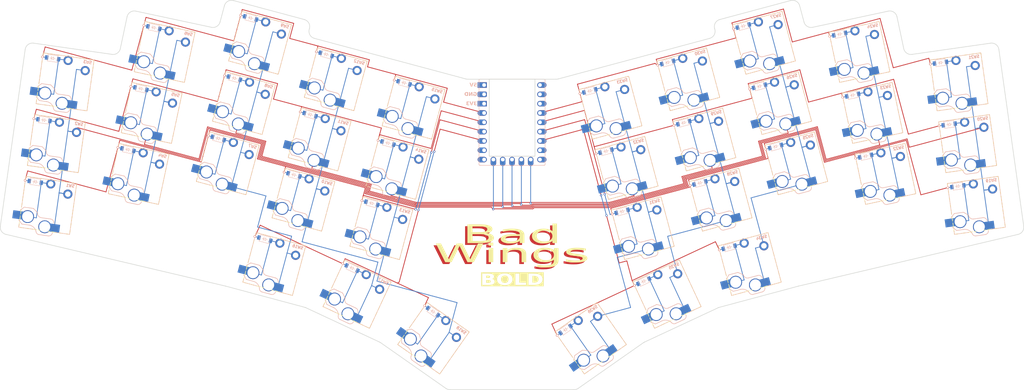
<source format=kicad_pcb>
(kicad_pcb (version 20221018) (generator pcbnew)
  (title_block (title "pcb/badder_wings") (rev "v1.0.0") (company "Unknown"))
  (layers (0 "F.Cu" signal) (31 "B.Cu" signal) (34 "B.Paste" user) (35 "F.Paste" user) (36 "B.SilkS" user "B.Silkscreen") (37 "F.SilkS" user "F.Silkscreen") (38 "B.Mask" user) (39 "F.Mask" user) (44 "Edge.Cuts" user))
  (net 0 "")
  (net 1 "/row2")
  (net 2 "Net-(D1-A)")
  (net 3 "/row1")
  (net 4 "Net-(D2-A)")
  (net 5 "/row0")
  (net 6 "Net-(D3-A)")
  (net 7 "Net-(D4-A)")
  (net 8 "Net-(D5-A)")
  (net 9 "Net-(D6-A)")
  (net 10 "Net-(D7-A)")
  (net 11 "Net-(D8-A)")
  (net 12 "Net-(D9-A)")
  (net 13 "Net-(D10-A)")
  (net 14 "Net-(D11-A)")
  (net 15 "Net-(D12-A)")
  (net 16 "Net-(D13-A)")
  (net 17 "Net-(D14-A)")
  (net 18 "Net-(D15-A)")
  (net 19 "/row3")
  (net 20 "Net-(D16-A)")
  (net 21 "Net-(D17-A)")
  (net 22 "Net-(D18-A)")
  (net 23 "/row6")
  (net 24 "Net-(D19-A)")
  (net 25 "/row5")
  (net 26 "Net-(D20-A)")
  (net 27 "/row4")
  (net 28 "Net-(D21-A)")
  (net 29 "Net-(D22-A)")
  (net 30 "Net-(D23-A)")
  (net 31 "Net-(D24-A)")
  (net 32 "Net-(D25-A)")
  (net 33 "Net-(D26-A)")
  (net 34 "Net-(D27-A)")
  (net 35 "Net-(D28-A)")
  (net 36 "Net-(D29-A)")
  (net 37 "Net-(D30-A)")
  (net 38 "Net-(D31-A)")
  (net 39 "Net-(D32-A)")
  (net 40 "Net-(D33-A)")
  (net 41 "/row7")
  (net 42 "Net-(D34-A)")
  (net 43 "Net-(D35-A)")
  (net 44 "Net-(D36-A)")
  (net 45 "/col0")
  (net 46 "/col1")
  (net 47 "/col2")
  (net 48 "/col3")
  (net 49 "/col4")
  (net 57 "/3V3")
  (net 58 "/GND")
  (footprint "0-jasonhazel-footprints:MountingHole_3.2mm_M3" (layer "F.Cu") (at 22.033164 3.087579 -8)
    (fp_text reference "H3" hide)
    (fp_text value "MountingHole")
  )
  (footprint "0-badwings:Choc-1u-hotswap-solderable" (layer "F.Cu") (at 73.868105 -18.010367 -15)
    (fp_text reference "SW11")
    (fp_text value "SW_Push_45deg" hide)
  )
  (footprint "0-jasonhazel-footprints:MountingHole_3.2mm_M3" (layer "F.Cu") (at 17.744854 -36.126179 -12)
    (fp_text reference "H1" hide)
    (fp_text value "MountingHole")
  )
  (footprint "0-badwings:Choc-1u-hotswap-solderable" (layer "F.Cu") (at 31.616676 -41.867534 -12)
    (fp_text reference "SW6")
    (fp_text value "SW_Push_45deg" hide)
  )
  (footprint "0-badwings:Choc-1u-hotswap-solderable" (layer "F.Cu") (at 24.547702 -8.61049 -12)
    (fp_text reference "SW4")
    (fp_text value "SW_Push_45deg" hide)
  )
  (footprint "0-badwings:Choc-1u-hotswap-solderable" (layer "F.Cu") (at 90.683873 6.165676 -15)
    (fp_text reference "SW13")
    (fp_text value "SW_Push_45deg" hide)
  )
  (footprint "0-badwings:Choc-1u-hotswap-solderable" (layer "F.Cu") (at 168.559998 24.165341 25)
    (fp_text reference "SW35")
    (fp_text value "SW_Push_45deg" hide)
  )
  (footprint "0-jasonhazel-footprints:MountingHole_3.2mm_M3" (layer "F.Cu") (at 234.900901 -36.126179 12)
    (fp_text reference "H5" hide)
    (fp_text value "MountingHole")
  )
  (footprint "0-badwings:Choc-1u-hotswap-solderable" (layer "F.Cu") (at 28.082177 -25.239025 -12)
    (fp_text reference "SW5")
    (fp_text value "SW_Push_45deg" hide)
  )
  (footprint "0-jasonhazel-footprints:MountingHole_3.2mm_M3" (layer "F.Cu") (at 230.612587 3.08754 8)
    (fp_text reference "H7" hide)
    (fp_text value "MountingHole")
  )
  (footprint "0-badwings:Choc-1u-hotswap-solderable" (layer "F.Cu") (at 250.527654 -16.878413 8)
    (fp_text reference "SW20")
    (fp_text value "SW_Push_45deg" hide)
  )
  (footprint "0-badwings:Choc-1u-hotswap-solderable" (layer "F.Cu") (at 4.484029 -33.71294 -8)
    (fp_text reference "SW3")
    (fp_text value "SW_Push_45deg" hide)
  )
  (footprint "0-badwings:Choc-1u-hotswap-solderable" (layer "F.Cu") (at 161.961883 6.165637 15)
    (fp_text reference "SW31")
    (fp_text value "SW_Push_45deg" hide)
  )
  (footprint "0-badwings:Choc-1u-hotswap-solderable" (layer "F.Cu") (at 57.634703 -44.359705 -15)
    (fp_text reference "SW9")
    (fp_text value "SW_Push_45deg" hide)
  )
  (footprint "0-badwings:Choc-1u-hotswap-solderable" (layer "F.Cu") (at 104.893504 36.17872 -35)
    (fp_text reference "SW18")
    (fp_text value "SW_Push_45deg" hide)
  )
  (footprint "0-badwings:Choc-1u-hotswap-solderable" (layer "F.Cu") (at 61.507975 15.947705 -15)
    (fp_text reference "SW16")
    (fp_text value "SW_Push_45deg" hide)
  )
  (footprint "0-badwings:Choc-1u-hotswap-solderable" (layer "F.Cu") (at 248.161719 -33.712983 8)
    (fp_text reference "SW21")
    (fp_text value "SW_Push_45deg" hide)
  )
  (footprint "0-badwings:Choc-1u-hotswap-solderable" (layer "F.Cu") (at 191.137774 15.947694 15)
    (fp_text reference "SW34")
    (fp_text value "SW_Push_45deg" hide)
  )
  (footprint "0-badwings:Choc-1u-hotswap-solderable" (layer "F.Cu") (at 69.468194 -1.589602 -15)
    (fp_text reference "SW10")
    (fp_text value "SW_Push_45deg" hide)
  )
  (footprint "0-badwings:Choc-1u-hotswap-solderable" (layer "F.Cu") (at 252.893606 -0.043839 8)
    (fp_text reference "SW19")
    (fp_text value "SW_Push_45deg" hide)
  )
  (footprint "0-badwings:Choc-1u-hotswap-solderable" (layer "F.Cu") (at 224.563565 -25.239009 12)
    (fp_text reference "SW23")
    (fp_text value "SW_Push_45deg" hide)
  )
  (footprint "0-badwings:Choc-1u-hotswap-solderable" (layer "F.Cu") (at 174.377728 -34.43109 15)
    (fp_text reference "SW30")
    (fp_text value "SW_Push_45deg" hide)
  )
  (footprint "0-badwings:Choc-1u-hotswap-solderable" (layer "F.Cu") (at 178.777643 -18.010344 15)
    (fp_text reference "SW29")
    (fp_text value "SW_Push_45deg" hide)
  )
  (footprint "0-badwings:Choc-1u-hotswap-solderable" (layer "F.Cu") (at 228.098062 -8.610512 12)
    (fp_text reference "SW22")
    (fp_text value "SW_Push_45deg" hide)
  )
  (footprint "0-badwings:rp2040-zero-facedown" (layer "F.Cu") (at 126.322875 -22.686644)
    (fp_text reference "U1")
    (fp_text value "rp2040-zero" hide)
    (fp_rect (start -6.215 -11.75) (end 6.25 9.245) (stroke (width 0.15)) (fill none) (layer "Edge.Cuts"))
  )
  (footprint "0-badwings:Choc-1u-hotswap-solderable" (layer "F.Cu") (at 157.561942 -10.255069 15)
    (fp_text reference "SW32")
    (fp_text value "SW_Push_45deg" hide)
  )
  (footprint "0-badwings:Choc-1u-hotswap-solderable" (layer "F.Cu") (at 199.410987 -27.938958 15)
    (fp_text reference "SW26")
    (fp_text value "SW_Push_45deg" hide)
  )
  (footprint "0-badwings:Choc-1u-hotswap-solderable" (layer "F.Cu") (at 221.02908 -41.867546 12)
    (fp_text reference "SW24")
    (fp_text value "SW_Push_45deg" hide)
  )
  (footprint "0-badwings:Choc-1u-hotswap-solderable" (layer "F.Cu") (at 48.834828 -11.518213 -15)
    (fp_text reference "SW7")
    (fp_text value "SW_Push_45deg" hide)
  )
  (footprint "0-jasonhazel-footprints:MountingHole_3.2mm_M3" (layer "F.Cu") (at 100.764805 19.737215 -15)
    (fp_text reference "H4" hide)
    (fp_text value "MountingHole")
  )
  (footprint "0-jasonhazel-footprints:MountingHole_3.2mm_M3" (layer "F.Cu") (at 151.880976 19.737235 15)
    (fp_text reference "H8" hide)
    (fp_text value "MountingHole")
  )
  (footprint "0-badwings:Choc-1u-hotswap-solderable" (layer "F.Cu") (at 195.011051 -44.359686 15)
    (fp_text reference "SW27")
    (fp_text value "SW_Push_45deg" hide)
  )
  (footprint "0-jasonhazel-footprints:MountingHole_3.2mm_M3" (layer "F.Cu") (at 110.082291 -15.036103 -15)
    (fp_text reference "H2" hide)
    (fp_text value "MountingHole")
  )
  (footprint "0-badwings:Choc-1u-hotswap-solderable" (layer "F.Cu") (at 2.118072 -16.878383 -8)
    (fp_text reference "SW2")
    (fp_text value "SW_Push_45deg" hide)
  )
  (footprint "0-badwings:Choc-1u-hotswap-solderable" (layer "F.Cu") (at 183.177552 -1.589621 15)
    (fp_text reference "SW28")
    (fp_text value "SW_Push_45deg" hide)
  )
  (footprint "0-badwings:Choc-1u-hotswap-solderable" (layer "F.Cu") (at 95.083801 -10.255052 -15)
    (fp_text reference "SW14")
    (fp_text value "SW_Push_45deg" hide)
  )
  (footprint "0-badwings:Choc-1u-hotswap-solderable" (layer "F.Cu") (at 153.162006 -26.675804 15)
    (fp_text reference "SW33")
    (fp_text value "SW_Push_45deg" hide)
  )
  (footprint "0-badwings:Choc-1u-hotswap-solderable" (layer "F.Cu") (at 53.234767 -27.93895 -15)
    (fp_text reference "SW8")
    (fp_text value "SW_Push_45deg" hide)
  )
  (footprint "0-badwings:Choc-1u-hotswap-solderable" (layer "F.Cu") (at -0.247859 -0.043844 -8)
    (fp_text reference "SW1")
    (fp_text value "SW_Push_45deg" hide)
  )
  (footprint "0-badwings:Choc-1u-hotswap-solderable" (layer "F.Cu") (at 99.483743 -26.675801 -15)
    (fp_text reference "SW15")
    (fp_text value "SW_Push_45deg" hide)
  )
  (footprint "0-badwings:Choc-1u-hotswap-solderable" (layer "F.Cu") (at 147.752247 36.178706 35)
    (fp_text reference "SW36")
    (fp_text value "SW_Push_45deg" hide)
  )
  (footprint "0-jasonhazel-footprints:MountingHole_3.2mm_M3" (layer "F.Cu") (at 142.563469 -15.036083 15)
    (fp_text reference "H6" hide)
    (fp_text value "MountingHole")
  )
  (footprint "0-badwings:Choc-1u-hotswap-solderable" (layer "F.Cu") (at 84.085747 24.165327 -25)
    (fp_text reference "SW17")
    (fp_text value "SW_Push_45deg" hide)
  )
  (footprint "0-badwings:Choc-1u-hotswap-solderable" (layer "F.Cu") (at 78.268039 -34.431074 -15)
    (fp_text reference "SW12")
    (fp_text value "SW_Push_45deg" hide)
  )
  (footprint "0-badwings:logo" (layer "F.Cu") (at 126.322875 11.967619)
    (fp_text reference "REF**")
    (fp_text value "logo")
  )
  (footprint "0-badwings:Choc-1u-hotswap-solderable" (layer "F.Cu") (at 203.810908 -11.518236 15)
    (fp_text reference "SW25")
    (fp_text value "SW_Push_45deg" hide)
  )
  (footprint "0-badwings:D_SOD-123" (layer "B.Cu") (at 219.18494 -30.101999 12)
    (fp_text reference "D23" hide)
    (fp_text value "1N4148W" hide)
  )
  (footprint "0-badwings:D_SOD-123" (layer "B.Cu") (at 162.22532 20.636925 25)
    (fp_text reference "D35" hide)
    (fp_text value "1N4148W" hide)
  )
  (footprint "0-badwings:D_SOD-123" (layer "B.Cu") (at 245.501386 -22.104741 8)
    (fp_text reference "D20" hide)
    (fp_text value "1N4148W" hide)
  )
  (footprint "0-badwings:D_SOD-123" (layer "B.Cu") (at 151.936201 -14.829885 15)
    (fp_text reference "D32" hide)
    (fp_text value "1N4148W" hide)
  )
  (footprint "0-badwings:D_SOD-123" (layer "B.Cu") (at 215.650447 -46.730519 12)
    (fp_text reference "D24" hide)
    (fp_text value "1N4148W" hide)
  )
  (footprint "0-badwings:D_SOD-123" (layer "B.Cu") (at 58.923338 9.172909 -15)
    (fp_text reference "D16" hide)
    (fp_text value "1N4148W" hide)
  )
  (footprint "0-badwings:D_SOD-123" (layer "B.Cu") (at 177.551824 -6.164435 15)
    (fp_text reference "D28" hide)
    (fp_text value "1N4148W" hide)
  )
  (footprint "0-badwings:D_SOD-123" (layer "B.Cu") (at 82.716813 17.044643 -25)
    (fp_text reference "D17" hide)
    (fp_text value "1N4148W" hide)
  )
  (footprint "0-badwings:D_SOD-123" (layer "B.Cu") (at 156.336131 1.590833 15)
    (fp_text reference "D31" hide)
    (fp_text value "1N4148W" hide)
  )
  (footprint "0-badwings:D_SOD-123" (layer "B.Cu") (at 198.185179 -16.093058 15)
    (fp_text reference "D25" hide)
    (fp_text value "1N4148W" hide)
  )
  (footprint "0-badwings:D_SOD-123" (layer "B.Cu") (at 28.681044 -48.497769 -12)
    (fp_text reference "D6" hide)
    (fp_text value "1N4148W" hide)
  )
  (footprint "0-badwings:D_SOD-123" (layer "B.Cu") (at 222.719464 -13.473529 12)
    (fp_text reference "D22" hide)
    (fp_text value "1N4148W" hide)
  )
  (footprint "0-badwings:D_SOD-123" (layer "B.Cu") (at 88.099259 -0.609128 -15)
    (fp_text reference "D13" hide)
    (fp_text value "1N4148W" hide)
  )
  (footprint "0-badwings:D_SOD-123" (layer "B.Cu") (at 140.901068 33.803894 35)
    (fp_text reference "D36" hide)
    (fp_text value "1N4148W" hide)
  )
  (footprint "0-badwings:D_SOD-123" (layer "B.Cu") (at 189.385317 -48.934524 15)
    (fp_text reference "D27" hide)
    (fp_text value "1N4148W" hide)
  )
  (footprint "0-badwings:D_SOD-123" (layer "B.Cu") (at 25.146545 -31.869274 -12)
    (fp_text reference "D5" hide)
    (fp_text value "1N4148W" hide)
  )
  (footprint "0-badwings:D_SOD-123" (layer "B.Cu") (at 1.09302 -40.122277 -8)
    (fp_text reference "D3" hide)
    (fp_text value "1N4148W" hide)
  )
  (footprint "0-badwings:D_SOD-123" (layer "B.Cu") (at 55.050046 -51.134492 -15)
    (fp_text reference "D9" hide)
    (fp_text value "1N4148W" hide)
  )
  (footprint "0-badwings:D_SOD-123" (layer "B.Cu") (at -3.638853 -6.453144 -8)
    (fp_text reference "D1" hide)
    (fp_text value "1N4148W" hide)
  )
  (footprint "0-badwings:D_SOD-123" (layer "B.Cu") (at 247.867322 -5.270196 8)
    (fp_text reference "D19" hide)
    (fp_text value "1N4148W" hide)
  )
  (footprint "0-badwings:D_SOD-123" (layer "B.Cu") (at 92.499184 -17.029885 -15)
    (fp_text reference "D14" hide)
    (fp_text value "1N4148W" hide)
  )
  (footprint "0-badwings:D_SOD-123" (layer "B.Cu") (at 104.781874 28.928509 -35)
    (fp_text reference "D18" hide)
    (fp_text value "1N4148W" hide)
  )
  (footprint "0-badwings:D_SOD-123" (layer "B.Cu") (at 21.612052 -15.240754 -12)
    (fp_text reference "D4" hide)
    (fp_text value "1N4148W" hide)
  )
  (footprint "0-badwings:D_SOD-123" (layer "B.Cu") (at 185.51204 11.372848 15)
    (fp_text reference "D34" hide)
    (fp_text value "1N4148W" hide)
  )
  (footprint "0-badwings:D_SOD-123" (layer "B.Cu") (at 243.135435 -38.939306 8)
    (fp_text reference "D21" hide)
    (fp_text value "1N4148W" hide)
  )
  (footprint "0-badwings:D_SOD-123" (layer "B.Cu") (at 75.683406 -41.205878 -15)
    (fp_text reference "D12" hide)
    (fp_text value "1N4148W" hide)
  )
  (footprint "0-badwings:D_SOD-123" (layer "B.Cu") (at 168.751975 -39.005912 15)
    (fp_text reference "D30" hide)
    (fp_text value "1N4148W" hide)
  )
  (footprint "0-badwings:D_SOD-123" (layer "B.Cu") (at 147.536277 -31.250634 15)
    (fp_text reference "D33" hide)
    (fp_text value "1N4148W" hide)
  )
  (footprint "0-badwings:D_SOD-123" (layer "B.Cu") (at 193.785254 -32.513786 15)
    (fp_text reference "D26" hide)
    (fp_text value "1N4148W" hide)
  )
  (footprint "0-badwings:D_SOD-123" (layer "B.Cu") (at 46.250201 -18.293019 -15)
    (fp_text reference "D7" hide)
    (fp_text value "1N4148W" hide)
  )
  (footprint "0-badwings:D_SOD-123" (layer "B.Cu") (at 66.883557 -8.364422 -15)
    (fp_text reference "D10" hide)
    (fp_text value "1N4148W" hide)
  )
  (footprint "0-badwings:D_SOD-123" (layer "B.Cu") (at 96.899114 -33.450619 -15)
    (fp_text reference "D15" hide)
    (fp_text value "1N4148W" hide)
  )
  (footprint "0-badwings:D_SOD-123" (layer "B.Cu") (at 50.65015 -34.713747 -15)
    (fp_text reference "D8" hide)
    (fp_text value "1N4148W" hide)
  )
  (footprint "0-badwings:D_SOD-123" (layer "B.Cu") (at 71.28349 -24.78512 -15)
    (fp_text reference "D11" hide)
    (fp_text value "1N4148W" hide)
  )
  (footprint "0-badwings:D_SOD-123" (layer "B.Cu") (at -1.272913 -23.287717 -8)
    (fp_text reference "D2" hide)
    (fp_text value "1N4148W" hide)
  )
  (footprint "0-badwings:D_SOD-123" (layer "B.Cu") (at 173.151903 -22.585182 15)
    (fp_text reference "D29" hide)
    (fp_text value "1N4148W" hide)
  )
  (gr_line (start 228.885744 -52.992059) (end 208.266029 -48.586892) (stroke (width 0.15)) (layer "Edge.Cuts"))
  (gr_line (start 90.213895 37.2292) (end 70.139123 27.868172) (stroke (width 0.15)) (layer "Edge.Cuts"))
  (gr_arc (start 181.543514 -48.256829) (mid 181.743306 -49.774487) (end 182.957735 -50.706339) (stroke (width 0.15)) (layer "Edge.Cuts"))
  (gr_arc (start 235.344703 -41.202894) (mid 233.916781 -41.54336) (end 233.105951 -42.767047) (stroke (width 0.15)) (layer "Edge.Cuts"))
  (gr_arc (start 19.539801 -42.767038) (mid 18.728953 -41.543351) (end 17.30103 -41.20291) (stroke (width 0.15)) (layer "Edge.Cuts"))
  (gr_line (start 182.834215 27.748942) (end 204.369081 21.978695) (stroke (width 0.15)) (layer "Edge.Cuts"))
  (gr_line (start 181.543525 -48.256837) (end 181.608207 -48.015346) (stroke (width 0.15)) (layer "Edge.Cuts"))
  (gr_arc (start 69.811532 27.748949) (mid 69.977928 27.801413) (end 70.139123 27.868172) (stroke (width 0.15)) (layer "Edge.Cuts"))
  (gr_line (start 256.773518 -44.259968) (end 235.344702 -41.202897) (stroke (width 0.15)) (layer "Edge.Cuts"))
  (gr_arc (start 162.129948 37.403512) (mid 162.277102 37.309765) (end 162.43186 37.229188) (stroke (width 0.15)) (layer "Edge.Cuts"))
  (gr_arc (start 181.608206 -48.015349) (mid 181.408396 -46.49773) (end 180.193999 -45.565865) (stroke (width 0.15)) (layer "Edge.Cuts"))
  (gr_line (start 180.193999 -45.565865) (end 138.913537 -34.504783) (stroke (width 0.15)) (layer "Edge.Cuts"))
  (gr_arc (start 72.451735 -45.56586) (mid 71.237315 -46.497706) (end 71.037538 -48.015337) (stroke (width 0.15)) (layer "Edge.Cuts"))
  (gr_arc (start 182.506623 27.868173) (mid 182.667816 27.801406) (end 182.834215 27.748942) (stroke (width 0.15)) (layer "Edge.Cuts"))
  (gr_line (start 69.980551 27.794227) (end 69.980551 27.794227) (stroke (width 0.15)) (layer "Edge.Cuts"))
  (gr_line (start 108.286844 49.846919) (end 90.515797 37.403495) (stroke (width 0.15)) (layer "Edge.Cuts"))
  (gr_line (start 46.729395 -50.025135) (end 47.920014 -54.46849) (stroke (width 0.15)) (layer "Edge.Cuts"))
  (gr_line (start 90.372475 37.303141) (end 90.372475 37.303141) (stroke (width 0.15)) (layer "Edge.Cuts"))
  (gr_arc (start 204.369083 21.978692) (mid 204.398585 21.971027) (end 204.4282 21.963814) (stroke (width 0.15)) (layer "Edge.Cuts"))
  (gr_line (start 144.358908 49.84691) (end 162.129948 37.403512) (stroke (width 0.15)) (layer "Edge.Cuts"))
  (gr_arc (start 90.213897 37.229199) (mid 90.368651 37.309759) (end 90.515797 37.403495) (stroke (width 0.15)) (layer "Edge.Cuts"))
  (gr_line (start 265.81026 5.639275) (end 259.03652 -42.558364) (stroke (width 0.15)) (layer "Edge.Cuts"))
  (gr_arc (start 228.885749 -52.992063) (mid 230.39203 -52.714106) (end 231.259905 -51.452) (stroke (width 0.15)) (layer "Edge.Cuts"))
  (gr_line (start 202.276248 -55.88269) (end 182.957735 -50.706339) (stroke (width 0.15)) (layer "Edge.Cuts"))
  (gr_arc (start 265.81026 5.639272) (mid 265.480477 7.046795) (end 264.288229 7.864359) (stroke (width 0.15)) (layer "Edge.Cuts"))
  (gr_line (start 205.916351 -50.025127) (end 204.725743 -54.46849) (stroke (width 0.15)) (layer "Edge.Cuts"))
  (gr_arc (start 109.433985 50.208603) (mid 108.832583 50.116036) (end 108.286844 49.846919) (stroke (width 0.15)) (layer "Edge.Cuts"))
  (gr_arc (start 144.358908 49.84691) (mid 143.813164 50.116037) (end 143.21175 50.208608) (stroke (width 0.15)) (layer "Edge.Cuts"))
  (gr_arc (start 114.249871 -34.436635) (mid 113.988805 -34.453743) (end 113.732208 -34.504794) (stroke (width 0.15)) (layer "Edge.Cuts"))
  (gr_line (start 109.433985 50.208603) (end 143.21175 50.208608) (stroke (width 0.15)) (layer "Edge.Cuts"))
  (gr_arc (start 46.729395 -50.025135) (mid 45.84167 -48.836986) (end 44.379734 -48.586929) (stroke (width 0.15)) (layer "Edge.Cuts"))
  (gr_arc (start 47.920014 -54.46849) (mid 48.85186 -55.682898) (end 50.369489 -55.882711) (stroke (width 0.15)) (layer "Edge.Cuts"))
  (gr_line (start 23.759996 -52.992055) (end 44.379734 -48.586929) (stroke (width 0.15)) (layer "Edge.Cuts"))
  (gr_line (start -13.164501 5.639288) (end -6.39077 -42.558348) (stroke (width 0.15)) (layer "Edge.Cuts"))
  (gr_arc (start -11.642469 7.864353) (mid -12.834697 7.046793) (end -13.164501 5.639288) (stroke (width 0.15)) (layer "Edge.Cuts"))
  (gr_line (start 162.273277 37.303143) (end 162.273277 37.303143) (stroke (width 0.15)) (layer "Edge.Cuts"))
  (gr_line (start 233.105951 -42.767047) (end 231.259905 -51.452) (stroke (width 0.15)) (layer "Edge.Cuts"))
  (gr_arc (start 21.385838 -51.45204) (mid 22.253733 -52.714125) (end 23.759996 -52.992055) (stroke (width 0.15)) (layer "Edge.Cuts"))
  (gr_line (start 182.665199 27.794223) (end 182.665199 27.794223) (stroke (width 0.15)) (layer "Edge.Cuts"))
  (gr_line (start 138.395883 -34.436633) (end 114.249871 -34.436635) (stroke (width 0.15)) (layer "Edge.Cuts"))
  (gr_arc (start 202.276248 -55.88269) (mid 203.793876 -55.682889) (end 204.725743 -54.46849) (stroke (width 0.15)) (layer "Edge.Cuts"))
  (gr_line (start 69.811533 27.748953) (end 48.276668 21.978677) (stroke (width 0.15)) (layer "Edge.Cuts"))
  (gr_line (start 71.102225 -48.256837) (end 71.037538 -48.015337) (stroke (width 0.15)) (layer "Edge.Cuts"))
  (gr_line (start 19.5398 -42.767038) (end 21.385852 -51.452033) (stroke (width 0.15)) (layer "Edge.Cuts"))
  (gr_arc (start -6.39077 -42.558346) (mid -5.612201 -43.878533) (end -4.127761 -44.25996) (stroke (width 0.15)) (layer "Edge.Cuts"))
  (gr_line (start 48.217563 21.963811) (end -11.642473 7.864353) (stroke (width 0.15)) (layer "Edge.Cuts"))
  (gr_line (start 50.369489 -55.882711) (end 69.688018 -50.706308) (stroke (width 0.15)) (layer "Edge.Cuts"))
  (gr_arc (start 138.913537 -34.504783) (mid 138.656943 -34.453745) (end 138.395883 -34.436633) (stroke (width 0.15)) (layer "Edge.Cuts"))
  (gr_arc (start 208.266026 -48.586894) (mid 206.804061 -48.836936) (end 205.916351 -50.025127) (stroke (width 0.15)) (layer "Edge.Cuts"))
  (gr_arc (start 256.773515 -44.25997) (mid 258.25795 -43.878536) (end 259.03652 -42.558364) (stroke (width 0.15)) (layer "Edge.Cuts"))
  (gr_line (start 72.451735 -45.56586) (end 113.732208 -34.504794) (stroke (width 0.15)) (layer "Edge.Cuts"))
  (gr_arc (start 69.688016 -50.70631) (mid 70.902424 -49.774466) (end 71.102225 -48.256837) (stroke (width 0.15)) (layer "Edge.Cuts"))
  (gr_line (start -4.127761 -44.25996) (end 17.30103 -41.20291) (stroke (width 0.15)) (layer "Edge.Cuts"))
  (gr_line (start 204.4282 21.963814) (end 264.288229 7.864359) (stroke (width 0.15)) (layer "Edge.Cuts"))
  (gr_line (start 162.43186 37.229188) (end 182.506623 27.868173) (stroke (width 0.15)) (layer "Edge.Cuts"))
  (gr_arc (start 48.217564 21.963811) (mid 48.247171 21.971024) (end 48.276668 21.978677) (stroke (width 0.15)) (layer "Edge.Cuts"))
  (gr_text "BOLD" (at 126.322875 20.386649) (layer "F.SilkS" knockout) (effects (font (size 3 4) (thickness 0.3) bold)))
  (segment (start 64.605753 -10.658727) (end 64.184764 -9.08755) (width 0.2) (layer "F.Cu") (net 1))
  (segment (start 86.33907 -4.835288) (end 64.605753 -10.658727) (width 0.2) (layer "F.Cu") (net 1))
  (segment (start 58.011772 -16.816505) (end 56.914032 -12.719714) (width 0.2) (layer "F.Cu") (net 1))
  (segment (start 100.02128 1.030399) (end 85.789208 -2.783079) (width 0.2) (layer "F.Cu") (net 1))
  (segment (start -6.405672 -6.842001) (end -5.712823 -9.42778) (width 0.2) (layer "F.Cu") (net 1))
  (segment (start 18.879116 -15.821647) (end 19.408425 -17.797153) (width 0.2) (layer "F.Cu") (net 1))
  (segment (start 43.970165 -20.578931) (end 58.011772 -16.816505) (width 0.2) (layer "F.Cu") (net 1))
  (segment (start 106.68997 -23.36549) (end 104.312905 -14.494165) (width 0.2) (layer "F.Cu") (net 1))
  (segment (start 19.408425 -17.797153) (end 41.629386 -11.843056) (width 0.2) (layer "F.Cu") (net 1))
  (segment (start 85.400458 -1.332272) (end 86.33907 -4.835288) (width 0.2) (layer "F.Cu") (net 1))
  (segment (start 43.551415 -19.016163) (end 43.970165 -20.578931) (width 0.2) (layer "F.Cu") (net 1))
  (segment (start 15.633282 -3.708086) (end 18.879116 -15.821647) (width 0.2) (layer "F.Cu") (net 1))
  (segment (start 118.702883 -20.146646) (end 106.68997 -23.36549) (width 0.2) (layer "F.Cu") (net 1))
  (segment (start 85.789208 -2.783079) (end 85.400458 -1.332271) (width 0.2) (layer "F.Cu") (net 1))
  (segment (start 104.312905 -14.494165) (end 104.312902 -14.494162) (width 0.2) (layer "F.Cu") (net 1))
  (segment (start 56.914032 -12.719714) (end 64.605753 -10.658727) (width 0.2) (layer "F.Cu") (net 1))
  (segment (start -5.712823 -9.42778) (end 15.633282 -3.708086) (width 0.2) (layer "F.Cu") (net 1))
  (segment (start 41.629386 -11.843056) (end 43.551415 -19.016163) (width 0.2) (layer "F.Cu") (net 1))
  (via (at 104.312902 -14.494162) (size 0.6) (drill 0.3) (layers "F.Cu" "B.Cu") (net 1))
  (via (at 100.02128 1.030399) (size 0.6) (drill 0.3) (layers "F.Cu" "B.Cu") (net 1))
  (segment (start 104.312907 -14.494157) (end 100.177247 0.940338) (width 0.2) (layer "B.Cu") (net 1))
  (segment (start 100.177247 0.940338) (end 100.02128 1.030399) (width 0.2) (layer "B.Cu") (net 1))
  (segment (start 104.312902 -14.494162) (end 104.312907 -14.494157) (width 0.2) (layer "B.Cu") (net 1))
  (segment (start -2.004919 -6.22352) (end -3.351421 3.357336) (width 0.2) (layer "B.Cu") (net 2))
  (segment (start -3.351421 3.357336) (end -5.728084 3.023307) (width 0.2) (layer "B.Cu") (net 2))
  (segment (start 62.421304 -33.23416) (end 48.369972 -36.9992) (width 0.2) (layer "F.Cu") (net 3))
  (segment (start -4.039728 -23.676551) (end -3.349695 -26.251797) (width 0.2) (layer "F.Cu") (net 3))
  (segment (start 68.973435 -26.959107) (end 61.291447 -29.017479) (width 0.2) (layer "F.Cu") (net 3))
  (segment (start 61.291447 -29.017479) (end 62.421304 -33.23416) (width 0.2) (layer "F.Cu") (net 3))
  (segment (start 90.218911 -19.314983) (end 104.258135 -15.553185) (width 0.2) (layer "F.Cu") (net 3))
  (segment (start 19.138198 -20.226196) (end 22.413604 -32.450167) (width 0.2) (layer "F.Cu") (net 3))
  (segment (start 107.009965 -25.82313) (end 118.700566 -22.690648) (width 0.2) (layer "F.Cu") (net 3))
  (segment (start -3.349695 -26.251797) (end 19.138198 -20.226196) (width 0.2) (layer "F.Cu") (net 3))
  (segment (start 22.413604 -32.450167) (end 22.97107 -34.530667) (width 0.2) (layer "F.Cu") (net 3))
  (segment (start 47.951833 -35.436067) (end 47.951335 -35.436892) (width 0.2) (layer "F.Cu") (net 3))
  (segment (start 22.97107 -34.530667) (end 46.052083 -28.346146) (width 0.2) (layer "F.Cu") (net 3))
  (segment (start 104.258135 -15.553185) (end 107.009965 -25.82313) (width 0.2) (layer "F.Cu") (net 3))
  (segment (start 48.369972 -36.9992) (end 47.951335 -35.436892) (width 0.2) (layer "F.Cu") (net 3))
  (segment (start 89.800393 -17.753019) (end 90.218911 -19.314983) (width 0.2) (layer "F.Cu") (net 3))
  (segment (start 68.584694 -25.508282) (end 68.973435 -26.959107) (width 0.2) (layer "F.Cu") (net 3))
  (segment (start 68.973435 -26.959107) (end 90.706764 -21.135668) (width 0.2) (layer "F.Cu") (net 3))
  (segment (start 90.706764 -21.135668) (end 89.800384 -17.753011) (width 0.2) (layer "F.Cu") (net 3))
  (segment (start 89.80039 -17.753019) (end 89.800393 -17.753019) (width 0.2) (layer "F.Cu") (net 3))
  (segment (start 118.700566 -22.690648) (end 118.702876 -22.686637) (width 0.2) (layer "F.Cu") (net 3))
  (segment (start 46.052083 -28.346146) (end 47.951833 -35.436067) (width 0.2) (layer "F.Cu") (net 3))
  (segment (start 0.361038 -23.058079) (end -0.985452 -13.477226) (width 0.2) (layer "B.Cu") (net 4))
  (segment (start -0.985452 -13.477226) (end -3.362115 -13.811237) (width 0.2) (layer "B.Cu") (net 4))
  (segment (start -0.946277 -43.22621) (end 22.683401 -36.894645) (width 0.2) (layer "F.Cu") (net 5))
  (segment (start 25.948108 -49.078671) (end 26.54097 -51.291298) (width 0.2) (layer "F.Cu") (net 5))
  (segment (start 86.927248 -37.804301) (end 94.620745 -35.742855) (width 0.2) (layer "F.Cu") (net 5))
  (segment (start 107.657494 -28.18623) (end 118.702879 -25.226648) (width 0.2) (layer "F.Cu") (net 5))
  (segment (start 87.44287 -39.728676) (end 86.927248 -37.804301) (width 0.2) (layer "F.Cu") (net 5))
  (segment (start 52.351259 -51.857648) (end 52.772317 -53.428998) (width 0.2) (layer "F.Cu") (net 5))
  (segment (start -1.673777 -40.511115) (end -0.946277 -43.22621) (width 0.2) (layer "F.Cu") (net 5))
  (segment (start 26.54097 -51.291298) (end 50.480724 -44.876653) (width 0.2) (layer "F.Cu") (net 5))
  (segment (start 22.683401 -36.894645) (end 25.948108 -49.078671) (width 0.2) (layer "F.Cu") (net 5))
  (segment (start 73.403063 -43.490641) (end 87.44287 -39.728676) (width 0.2) (layer "F.Cu") (net 5))
  (segment (start 108.673362 -31.977467) (end 107.657494 -28.18623) (width 0.2) (layer "F.Cu") (net 5))
  (segment (start 50.480724 -44.876653) (end 52.351259 -51.857648) (width 0.2) (layer "F.Cu") (net 5))
  (segment (start 73.403063 -43.490641) (end 65.714246 -45.550848) (width 0.2) (layer "F.Cu") (net 5))
  (segment (start 72.984616 -41.929022) (end 73.403063 -43.490641) (width 0.2) (layer "F.Cu") (net 5))
  (segment (start 66.816833 -49.665791) (end 65.714246 -45.550848) (width 0.2) (layer "F.Cu") (net 5))
  (segment (start 94.620745 -35.742855) (end 94.200298 -34.173738) (width 0.2) (layer "F.Cu") (net 5))
  (segment (start 52.772317 -53.428998) (end 66.816833 -49.665791) (width 0.2) (layer "F.Cu") (net 5))
  (segment (start 94.620745 -35.742855) (end 108.673362 -31.977467) (width 0.2) (layer "F.Cu") (net 5))
  (segment (start 1.380485 -30.311792) (end -0.996169 -30.645807) (width 0.2) (layer "B.Cu") (net 6))
  (segment (start 2.726968 -39.892631) (end 1.380485 -30.311792) (width 0.2) (layer "B.Cu") (net 6))
  (segment (start 21.214454 -5.434111) (end 18.866887 -5.933127) (width 0.2) (layer "B.Cu") (net 7))
  (segment (start 23.225981 -14.897719) (end 21.214454 -5.434111) (width 0.2) (layer "B.Cu") (net 7))
  (segment (start 24.748947 -22.062626) (end 22.401381 -22.561617) (width 0.2) (layer "B.Cu") (net 8))
  (segment (start 26.76049 -31.526228) (end 24.748947 -22.062626) (width 0.2) (layer "B.Cu") (net 8))
  (segment (start 25.935879 -39.190134) (end 28.283427 -38.691131) (width 0.2) (layer "B.Cu") (net 9))
  (segment (start 28.283427 -38.691131) (end 30.294971 -48.154728) (width 0.2) (layer "B.Cu") (net 9))
  (segment (start 45.339907 -8.520636) (end 43.021694 -9.141798) (width 0.2) (layer "B.Cu") (net 10))
  (segment (start 47.843998 -17.865955) (end 45.339907 -8.520636) (width 0.2) (layer "B.Cu") (net 10))
  (segment (start 49.739837 -24.94138) (end 47.421607 -25.562536) (width 0.2) (layer "B.Cu") (net 11))
  (segment (start 52.243911 -34.286711) (end 49.739837 -24.94138) (width 0.2) (layer "B.Cu") (net 11))
  (segment (start 56.643835 -50.707445) (end 54.139764 -41.362108) (width 0.2) (layer "B.Cu") (net 12))
  (segment (start 54.139764 -41.362108) (end 51.821542 -41.983257) (width 0.2) (layer "B.Cu") (net 12))
  (segment (start 65.973262 1.407979) (end 68.477352 -7.937367) (width 0.2) (layer "B.Cu") (net 13))
  (segment (start 63.655041 0.786804) (end 65.973262 1.407979) (width 0.2) (layer "B.Cu") (net 13))
  (segment (start 68.054963 -15.63392) (end 70.373201 -15.012759) (width 0.2) (layer "B.Cu") (net 14))
  (segment (start 70.373201 -15.012759) (end 72.877257 -24.358094) (width 0.2) (layer "B.Cu") (net 14))
  (segment (start 77.277198 -40.778833) (end 74.773111 -31.433515) (width 0.2) (layer "B.Cu") (net 15))
  (segment (start 74.773111 -31.433515) (end 72.454884 -32.054645) (width 0.2) (layer "B.Cu") (net 15))
  (segment (start 87.188938 9.163261) (end 89.693038 -0.182093) (width 0.2) (layer "B.Cu") (net 16))
  (segment (start 84.870736 8.54209) (end 87.188938 9.163261) (width 0.2) (layer "B.Cu") (net 16))
  (segment (start 94.092954 -16.602815) (end 91.588894 -7.257488) (width 0.2) (layer "B.Cu") (net 17))
  (segment (start 91.588894 -7.257488) (end 89.270663 -7.878671) (width 0.2) (layer "B.Cu") (net 17))
  (segment (start 93.670586 -24.299406) (end 95.988804 -23.678204) (width 0.2) (layer "B.Cu") (net 18))
  (segment (start 95.988804 -23.678204) (end 98.492879 -33.023567) (width 0.2) (layer "B.Cu") (net 18))
  (segment (start 105.094857 -14.726717) (end 105.125177 -14.718593) (width 0.2) (layer "F.Cu") (net 19))
  (segment (start 102.493168 27.325925) (end 103.533718 25.094458) (width 0.2) (layer "F.Cu") (net 19))
  (segment (start 57.664196 5.362419) (end 80.184596 15.863844) (width 0.2) (layer "F.Cu") (net 19))
  (segment (start 103.533718 25.094458) (end 95.092703 21.158333) (width 0.2) (layer "F.Cu") (net 19))
  (segment (start 106.726396 -20.815735) (end 105.094857 -14.726717) (width 0.2) (layer "F.Cu") (net 19))
  (segment (start 80.819362 14.502586) (end 80.184596 15.863844) (width 0.2) (layer "F.Cu") (net 19))
  (segment (start 95.092703 21.158333) (end 80.819362 14.502586) (width 0.2) (layer "F.Cu") (net 19))
  (segment (start 95.550265 20.894161) (end 95.092703 21.158333) (width 0.2) (layer "F.Cu") (net 19))
  (segment (start 56.224535 8.449766) (end 57.664196 5.362419) (width 0.2) (layer "F.Cu") (net 19))
  (segment (start 100.820865 1.223993) (end 95.550265 20.894161) (width 0.2) (layer "F.Cu") (net 19))
  (segment (start 118.702875 -17.606635) (end 106.726396 -20.815735) (width 0.2) (layer "F.Cu") (net 19))
  (via (at 100.820865 1.223993) (size 0.6) (drill 0.3) (layers "F.Cu" "B.Cu") (net 19))
  (via (at 105.125177 -14.718593) (size 0.6) (drill 0.3) (layers "F.Cu" "B.Cu") (net 19))
  (segment (start 105.094857 -14.726717) (end 100.820865 1.223993) (width 0.2) (layer "B.Cu") (net 19))
  (segment (start 58.013032 18.945288) (end 60.517125 9.599944) (width 0.2) (layer "B.Cu") (net 20))
  (segment (start 55.694817 18.324121) (end 58.013032 18.945288) (width 0.2) (layer "B.Cu") (net 20))
  (segment (start 84.212215 17.74197) (end 80.123375 26.510488) (width 0.2) (layer "B.Cu") (net 21))
  (segment (start 80.123375 26.510488) (end 77.948232 25.496218) (width 0.2) (layer "B.Cu") (net 21))
  (segment (start 100.584139 37.800196) (end 98.618165 36.423602) (width 0.2) (layer "B.Cu") (net 22))
  (segment (start 106.13347 29.874897) (end 100.584139 37.800196) (width 0.2) (layer "B.Cu") (net 22))
  (segment (start 233.793885 -17.765555) (end 237.772346 -2.917764) (width 0.2) (layer "F.Cu") (net 23))
  (segment (start 196.161369 -12.8508) (end 195.486375 -15.369922) (width 0.2) (layer "F.Cu") (net 23))
  (segment (start 195.06888 -16.928057) (end 209.095051 -20.686355) (width 0.2) (layer "F.Cu") (net 23))
  (segment (start 237.772346 -2.917764) (end 245.100524 -4.881344) (width 0.2) (layer "F.Cu") (net 23))
  (segment (start 195.486375 -15.369922) (end 195.06888 -16.928057) (width 0.2) (layer "F.Cu") (net 23))
  (segment (start 209.095051 -20.686355) (end 211.479741 -11.78651) (width 0.2) (layer "F.Cu") (net 23))
  (segment (start 174.952872 -5.06865) (end 174.428038 -7.027382) (width 0.2) (layer "F.Cu") (net 23))
  (segment (start 153.637324 2.313977) (end 153.219552 0.754774) (width 0.2) (layer "F.Cu") (net 23))
  (segment (start 219.986508 -12.892606) (end 219.693176 -13.987288) (width 0.2) (layer "F.Cu") (net 23))
  (segment (start 146.129532 -23.412043) (end 133.942871 -20.146635) (width 0.2) (layer "F.Cu") (net 23))
  (segment (start 174.428038 -7.027382) (end 196.161369 -12.8508) (width 0.2) (layer "F.Cu") (net 23))
  (segment (start 151.56889 -3.112086) (end 146.129532 -23.412043) (width 0.2) (layer "F.Cu") (net 23))
  (segment (start 153.219552 0.754774) (end 174.952872 -5.06865) (width 0.2) (layer "F.Cu") (net 23))
  (segment (start 219.693176 -13.987288) (end 233.793885 -17.765555) (width 0.2) (layer "F.Cu") (net 23))
  (segment (start 211.479741 -11.78651) (end 219.693176 -13.987288) (width 0.2) (layer "F.Cu") (net 23))
  (via (at 151.56889 -3.112086) (size 0.6) (drill 0.3) (layers "F.Cu" "B.Cu") (net 23))
  (segment (start 153.063961 2.467607) (end 153.637331 2.313975) (width 0.2) (layer "B.Cu") (net 23))
  (segment (start 151.56889 -3.112086) (end 153.063961 2.467607) (width 0.2) (layer "B.Cu") (net 23))
  (segment (start 248.471121 4.415045) (end 250.847762 4.081028) (width 0.2) (layer "B.Cu") (net 24))
  (segment (start 250.847762 4.081028) (end 249.501261 -5.499831) (width 0.2) (layer "B.Cu") (net 24))
  (segment (start 191.766188 -29.253853) (end 191.086444 -31.790659) (width 0.2) (layer "F.Cu") (net 25))
  (segment (start 146.067906 -25.935523) (end 133.942877 -22.686643) (width 0.2) (layer "F.Cu") (net 25))
  (segment (start 170.032859 -23.430408) (end 191.766188 -29.253853) (width 0.2) (layer "F.Cu") (net 25))
  (segment (start 216.158678 -30.615807) (end 230.354169 -34.419474) (width 0.2) (layer "F.Cu") (net 25))
  (segment (start 148.719762 -16.03861) (end 170.453109 -21.862032) (width 0.2) (layer "F.Cu") (net 25))
  (segment (start 207.142375 -28.199894) (end 204.780391 -37.014926) (width 0.2) (layer "F.Cu") (net 25))
  (segment (start 191.086444 -31.790659) (end 190.697705 -33.24148) (width 0.2) (layer "F.Cu") (net 25))
  (segment (start 234.359396 -19.471761) (end 242.734586 -21.715885) (width 0.2) (layer "F.Cu") (net 25))
  (segment (start 216.158678 -30.615807) (end 207.142375 -28.199894) (width 0.2) (layer "F.Cu") (net 25))
  (segment (start 148.719762 -16.03861) (end 146.067906 -25.935523) (width 0.2) (layer "F.Cu") (net 25))
  (segment (start 170.453109 -21.862032) (end 170.032859 -23.430408) (width 0.2) (layer "F.Cu") (net 25))
  (segment (start 216.451996 -29.521108) (end 216.158678 -30.615807) (width 0.2) (layer "F.Cu") (net 25))
  (segment (start 190.697705 -33.24148) (end 204.780391 -37.014926) (width 0.2) (layer "F.Cu") (net 25))
  (segment (start 230.354169 -34.419474) (end 234.359396 -19.471761) (width 0.2) (layer "F.Cu") (net 25))
  (segment (start 149.237411 -14.106753) (end 148.719762 -16.03861) (width 0.2) (layer "F.Cu") (net 25))
  (segment (start 249.706532 -22.720996) (end 249.465352 -22.303256) (width 0.2) (layer "F.Cu") (net 26))
  (segment (start 247.135324 -22.334376) (end 248.481837 -12.75354) (width 0.2) (layer "B.Cu") (net 26))
  (segment (start 248.481837 -12.75354) (end 246.105175 -12.419512) (width 0.2) (layer "B.Cu") (net 26))
  (segment (start 165.629387 -39.864399) (end 166.053175 -38.282787) (width 0.2) (layer "F.Cu") (net 27))
  (segment (start 186.68653 -48.211395) (end 186.260847 -49.800103) (width 0.2) (layer "F.Cu") (net 27))
  (segment (start 226.647739 -51.001908) (end 230.251369 -37.552977) (width 0.2) (layer "F.Cu") (net 27))
  (segment (start 187.362715 -45.687818) (end 165.629387 -39.864399) (width 0.2) (layer "F.Cu") (net 27))
  (segment (start 166.053175 -38.282787) (end 165.269836 -38.735038) (width 0.2) (layer "F.Cu") (net 27))
  (segment (start 186.68653 -48.211395) (end 187.362715 -45.687818) (width 0.2) (layer "F.Cu") (net 27))
  (segment (start 144.837479 -30.527495) (end 145.431221 -28.311646) (width 0.2) (layer "F.Cu") (net 27))
  (segment (start 202.724795 -44.591782) (end 200.319843 -53.567165) (width 0.2) (layer "F.Cu") (net 27))
  (segment (start 165.269836 -38.735038) (end 144.154306 -33.077152) (width 0.2) (layer "F.Cu") (net 27))
  (segment (start 230.251369 -37.552977) (end 239.940274 -40.149113) (width 0.2) (layer "F.Cu") (net 27))
  (segment (start 145.431221 -28.311646) (end 133.947479 -25.234585) (width 0.2) (layer "F.Cu") (net 27))
  (segment (start 212.917503 -46.149625) (end 212.624192 -47.244317) (width 0.2) (layer "F.Cu") (net 27))
  (segment (start 144.154306 -33.077152) (end 144.837482 -30.527494) (width 0.2) (layer "F.Cu") (net 27))
  (segment (start 212.624192 -47.244317) (end 202.724795 -44.591782) (width 0.2) (layer "F.Cu") (net 27))
  (segment (start 212.624192 -47.244317) (end 226.647739 -51.001908) (width 0.2) (layer "F.Cu") (net 27))
  (segment (start 133.947479 -25.234585) (end 133.942882 -25.226646) (width 0.2) (layer "F.Cu") (net 27))
  (segment (start 186.260847 -49.800103) (end 200.319843 -53.567165) (width 0.2) (layer "F.Cu") (net 27))
  (segment (start 212.901162 -46.159051) (end 212.917503 -46.149625) (width 0.2) (layer "F.Cu") (net 27))
  (segment (start 239.940274 -40.149113) (end 240.36864 -38.550444) (width 0.2) (layer "F.Cu") (net 27))
  (segment (start 246.115879 -29.58809) (end 243.739247 -29.254073) (width 0.2) (layer "B.Cu") (net 28))
  (segment (start 244.769384 -39.168928) (end 246.115879 -29.58809) (width 0.2) (layer "B.Cu") (net 28))
  (segment (start 224.3334 -13.816572) (end 226.344941 -4.352991) (width 0.2) (layer "B.Cu") (net 29))
  (segment (start 226.344941 -4.352991) (end 223.997388 -3.854009) (width 0.2) (layer "B.Cu") (net 29))
  (segment (start 220.79888 -30.445053) (end 222.810444 -20.98149) (width 0.2) (layer "B.Cu") (net 30))
  (segment (start 222.810444 -20.98149) (end 220.462879 -20.482501) (width 0.2) (layer "B.Cu") (net 30))
  (segment (start 219.275942 -37.609993) (end 216.928398 -37.111016) (width 0.2) (layer "B.Cu") (net 31))
  (segment (start 217.264397 -47.07358) (end 219.275942 -37.609993) (width 0.2) (layer "B.Cu") (net 31))
  (segment (start 199.778953 -16.520104) (end 202.283031 -7.174784) (width 0.2) (layer "B.Cu") (net 32))
  (segment (start 202.283031 -7.174784) (end 199.964802 -6.553608) (width 0.2) (layer "B.Cu") (net 32))
  (segment (start 197.883099 -23.595518) (end 195.564879 -22.974339) (width 0.2) (layer "B.Cu") (net 33))
  (segment (start 195.379019 -32.940853) (end 197.883099 -23.595518) (width 0.2) (layer "B.Cu") (net 33))
  (segment (start 190.979087 -49.361592) (end 193.483165 -40.016247) (width 0.2) (layer "B.Cu") (net 34))
  (segment (start 193.483165 -40.016247) (end 191.164933 -39.39508) (width 0.2) (layer "B.Cu") (net 34))
  (segment (start 181.649686 2.753824) (end 179.331432 3.374996) (width 0.2) (layer "B.Cu") (net 35))
  (segment (start 179.145584 -6.59149) (end 181.649686 2.753824) (width 0.2) (layer "B.Cu") (net 35))
  (segment (start 174.745675 -23.012244) (end 177.249745 -13.666905) (width 0.2) (layer "B.Cu") (net 36))
  (segment (start 177.249745 -13.666905) (end 174.931521 -13.045726) (width 0.2) (layer "B.Cu") (net 36))
  (segment (start 172.849822 -30.087641) (end 170.531607 -29.466477) (width 0.2) (layer "B.Cu") (net 37))
  (segment (start 170.345754 -39.432968) (end 172.849822 -30.087641) (width 0.2) (layer "B.Cu") (net 37))
  (segment (start 160.433966 10.509124) (end 158.11577 11.130261) (width 0.2) (layer "B.Cu") (net 38))
  (segment (start 157.929915 1.163793) (end 160.433966 10.509124) (width 0.2) (layer "B.Cu") (net 38))
  (segment (start 156.034059 -5.911615) (end 153.715829 -5.290462) (width 0.2) (layer "B.Cu") (net 39))
  (segment (start 153.529989 -15.256951) (end 156.034059 -5.911615) (width 0.2) (layer "B.Cu") (net 39))
  (segment (start 151.63414 -22.332347) (end 149.31589 -21.711201) (width 0.2) (layer "B.Cu") (net 40))
  (segment (start 149.130056 -31.677695) (end 151.63414 -22.332347) (width 0.2) (layer "B.Cu") (net 40))
  (segment (start 159.058325 20.45643) (end 181.772708 9.86454) (width 0.2) (layer "F.Cu") (net 41))
  (segment (start 159.058325 20.45643) (end 157.619924 15.088247) (width 0.2) (layer "F.Cu") (net 41))
  (segment (start 159.693101 21.817701) (end 159.058325 20.45643) (width 0.2) (layer "F.Cu") (net 41))
  (segment (start 181.772708 9.86454) (end 182.813255 12.095988) (width 0.2) (layer "F.Cu") (net 41))
  (segment (start 157.619924 15.088247) (end 155.536643 15.646453) (width 0.2) (layer "F.Cu") (net 41))
  (segment (start 159.693101 21.817701) (end 137.172713 32.319137) (width 0.2) (layer "F.Cu") (net 41))
  (segment (start 133.942884 -17.606652) (end 145.776859 -20.777547) (width 0.2) (layer "F.Cu") (net 41))
  (segment (start 155.536643 15.646453) (end 152.074063 2.723921) (width 0.2) (layer "F.Cu") (net 41))
  (segment (start 137.172713 32.319137) (end 138.612362 35.406461) (width 0.2) (layer "F.Cu") (net 41))
  (segment (start 150.584805 -2.834058) (end 145.776859 -20.777547) (width 0.2) (layer "F.Cu") (net 41))
  (via (at 152.074063 2.723921) (size 0.6) (drill 0.3) (layers "F.Cu" "B.Cu") (net 41))
  (via (at 150.584805 -2.834058) (size 0.6) (drill 0.3) (layers "F.Cu" "B.Cu") (net 41))
  (segment (start 152.074063 2.723921) (end 150.584805 -2.834058) (width 0.2) (layer "B.Cu") (net 41))
  (segment (start 189.609896 20.291155) (end 187.291681 20.912303) (width 0.2) (layer "B.Cu") (net 42))
  (segment (start 187.105827 10.945811) (end 189.609896 20.291155) (width 0.2) (layer "B.Cu") (net 42))
  (segment (start 165.63442 29.722402) (end 167.809552 28.708125) (width 0.2) (layer "B.Cu") (net 43))
  (segment (start 167.809552 28.708125) (end 163.720712 19.939581) (width 0.2) (layer "B.Cu") (net 43))
  (segment (start 147.802024 40.782793) (end 142.252668 32.857491) (width 0.2) (layer "B.Cu") (net 44))
  (segment (start 145.836068 42.159387) (end 147.802024 40.782793) (width 0.2) (layer "B.Cu") (net 44))
  (segment (start 234.025109 -18.166059) (end 211.710969 -12.187004) (width 0.2) (layer "F.Cu") (net 45))
  (segment (start 86.740412 -5.069652) (end 57.315358 -12.954064) (width 0.2) (layer "F.Cu") (net 45))
  (segment (start 86.307616 -3.225951) (end 86.265805 -3.298381) (width 0.2) (layer "F.Cu") (net 45))
  (segment (start 234.634005 -15.89361) (end 234.025109 -18.166059) (width 0.2) (layer "F.Cu") (net 45))
  (segment (start 41.204974 -12.295314) (end 7.936935 -21.209467) (width 0.2) (layer "F.Cu") (net 45))
  (segment (start 121.265834 0.906679) (end 132.01721 0.906683) (width 0.2) (layer "F.Cu") (net 45))
  (segment (start 100.072534 0.462341) (end 86.307616 -3.225951) (width 0.2) (layer "F.Cu") (net 45))
  (segment (start 209.32626 -21.086845) (end 194.317502 -17.065262) (width 0.2) (layer "F.Cu") (net 45))
  (segment (start 7.936935 -21.209467) (end 7.598276 -19.94554) (width 0.2) (layer "F.Cu") (net 45))
  (segment (start 194.317502 -17.065262) (end 195.409858 -12.988506) (width 0.2) (layer "F.Cu") (net 45))
  (segment (start 121.18823 0.984288) (end 121.265834 0.906679) (width 0.2) (layer "F.Cu") (net 45))
  (segment (start 174.359199 -5.248108) (end 152.567095 0.591065) (width 0.2) (layer "F.Cu") (net 45))
  (segment (start 195.409858 -12.988506) (end 173.840418 -7.209002) (width 0.2) (layer "F.Cu") (net 45))
  (segment (start 254.950136 -21.337299) (end 234.634005 -15.89361) (width 0.2) (layer "F.Cu") (net 45))
  (segment (start 173.840418 -7.209002) (end 173.835884 -7.201143) (width 0.2) (layer "F.Cu") (net 45))
  (segment (start 173.835884 -7.201143) (end 174.359199 -5.248108) (width 0.2) (layer "F.Cu") (net 45))
  (segment (start 132.332345 0.591547) (end 152.574435 0.591548) (width 0.2) (layer "F.Cu") (net 45))
  (segment (start 211.710969 -12.187004) (end 209.32626 -21.086845) (width 0.2) (layer "F.Cu") (net 45))
  (segment (start 152.574435 0.591548) (end 152.577773 0.588204) (width 0.2) (layer "F.Cu") (net 45))
  (segment (start 120.668643 0.464699) (end 100.068351 0.464701) (width 0.2) (layer "F.Cu") (net 45))
  (segment (start 86.265805 -3.298381) (end 86.740412 -5.069652) (width 0.2) (layer "F.Cu") (net 45))
  (segment (start 132.01721 0.906683) (end 132.332345 0.591547) (width 0.2) (layer "F.Cu") (net 45))
  (segment (start 58.412256 -17.047733) (end 43.545745 -21.031199) (width 0.2) (layer "F.Cu") (net 45))
  (segment (start 121.18823 0.984288) (end 120.668643 0.464699) (width 0.2) (layer "F.Cu") (net 45))
  (segment (start 57.315358 -12.954064) (end 58.412256 -17.047733) (width 0.2) (layer "F.Cu") (net 45))
  (segment (start 43.545745 -21.031199) (end 41.204974 -12.295314) (width 0.2) (layer "F.Cu") (net 45))
  (via (at 121.18823 0.984288) (size 0.6) (drill 0.3) (layers "F.Cu" "B.Cu") (net 45))
  (segment (start 3.871651 -10.673961) (end 2.855685 -3.444999) (width 0.2) (layer "B.Cu") (net 45))
  (segment (start 256.289424 5.436891) (end 254.939446 -4.168711) (width 0.2) (layer "B.Cu") (net 45))
  (segment (start 2.855688 -3.444995) (end 5.232347 -3.111003) (width 0.2) (layer "B.Cu") (net 45))
  (segment (start 5.221632 -20.279552) (end 7.598272 -19.945551) (width 0.2) (layer "B.Cu") (net 45))
  (segment (start 6.237602 -27.508527) (end 7.587578 -37.114108) (width 0.2) (layer "B.Cu") (net 45))
  (segment (start 121.242875 0.929642) (end 121.242873 -12.526637) (width 0.2) (layer "B.Cu") (net 45))
  (segment (start 6.237602 -27.508527) (end 5.221637 -20.279553) (width 0.2) (layer "B.Cu") (net 45))
  (segment (start 5.221637 -20.279553) (end 7.598272 -19.945551) (width 0.2) (layer "B.Cu") (net 45))
  (segment (start 254.939446 -4.168711) (end 257.316086 -4.502723) (width 0.2) (layer "B.Cu") (net 45))
  (segment (start 250.207574 -37.837822) (end 252.584203 -38.171831) (width 0.2) (layer "B.Cu") (net 45))
  (segment (start 7.587578 -37.114108) (end 9.964233 -36.780106) (width 0.2) (layer "B.Cu") (net 45))
  (segment (start 254.939441 -4.168708) (end 257.316086 -4.502723) (width 0.2) (layer "B.Cu") (net 45))
  (segment (start 1.505708 6.160578) (end 2.855688 -3.444995) (width 0.2) (layer "B.Cu") (net 45))
  (segment (start 253.923491 -11.397672) (end 252.573499 -21.003279) (width 0.2) (layer "B.Cu") (net 45))
  (segment (start 252.573499 -21.003279) (end 254.950145 -21.337267) (width 0.2) (layer "B.Cu") (net 45))
  (segment (start 3.871651 -10.673961) (end 5.221632 -20.279552) (width 0.2) (layer "B.Cu") (net 45))
  (segment (start 2.855685 -3.444999) (end 5.232347 -3.111003) (width 0.2) (layer "B.Cu") (net 45))
  (segment (start 251.557538 -28.232226) (end 250.207574 -37.837822) (width 0.2) (layer "B.Cu") (net 45))
  (segment (start 121.18823 0.984288) (end 121.242875 0.929642) (width 0.2) (layer "B.Cu") (net 45))
  (segment (start 253.923474 -11.397685) (end 254.939441 -4.168708) (width 0.2) (layer "B.Cu") (net 45))
  (segment (start 251.557538 -28.232226) (end 252.573499 -21.003279) (width 0.2) (layer "B.Cu") (net 45))
  (segment (start 43.316227 -21.438088) (end 58.814455 -17.285347) (width 0.2) (layer "F.Cu") (net 46))
  (segment (start 57.715852 -13.18529) (end 87.140903 -5.30088) (width 0.2) (layer "F.Cu") (net 46))
  (segment (start 226.582714 -16.510414) (end 225.790248 -19.467952) (width 0.2) (layer "F.Cu") (net 46))
  (segment (start 26.108203 -16.67902) (end 40.973757 -12.695808) (width 0.2) (layer "F.Cu") (net 46))
  (segment (start 87.140903 -5.30088) (end 86.650987 -3.472482) (width 0.2) (layer "F.Cu") (net 46))
  (segment (start 173.958701 -5.479332) (end 173.435389 -7.432368) (width 0.2) (layer "F.Cu") (net 46))
  (segment (start 131.889215 0.572228) (end 132.196898 0.264546) (width 0.2) (layer "F.Cu") (net 46))
  (segment (start 58.814455 -17.285347) (end 57.715852 -13.18529) (width 0.2) (layer "F.Cu") (net 46))
  (segment (start 209.557484 -21.487332) (end 211.9422 -12.587492) (width 0.2) (layer "F.Cu") (net 46))
  (segment (start 211.9422 -12.587492) (end 226.582714 -16.510414) (width 0.2) (layer "F.Cu") (net 46))
  (segment (start 26.855505 -19.467948) (end 26.108203 -16.67902) (width 0.2) (layer "F.Cu") (net 46))
  (segment (start 195.009374 -13.219743) (end 193.917007 -17.296481) (width 0.2) (layer "F.Cu") (net 46))
  (segment (start 193.917007 -17.296481) (end 209.557484 -21.487332) (width 0.2) (layer "F.Cu") (net 46))
  (segment (start 173.439926 -7.440229) (end 195.009374 -13.219743) (width 0.2) (layer "F.Cu") (net 46))
  (segment (start 173.435389 -7.432368) (end 173.439926 -7.440229) (width 0.2) (layer "F.Cu") (net 46))
  (segment (start 152.522256 0.264547) (end 173.958701 -5.479332) (width 0.2) (layer "F.Cu") (net 46))
  (segment (start 123.585683 0.137701) (end 100.124369 0.137701) (width 0.2) (layer "F.Cu") (net 46))
  (segment (start 86.650987 -3.472482) (end 100.117794 0.135932) (width 0.2) (layer "F.Cu") (net 46))
  (segment (start 100.124369 0.137701) (end 100.124368 0.137698) (width 0.2) (layer "F.Cu") (net 46))
  (segment (start 40.973757 -12.695808) (end 43.316227 -21.438088) (width 0.2) (layer "F.Cu") (net 46))
  (segment (start 124.02021 0.572228) (end 131.889215 0.572228) (width 0.2) (layer "F.Cu") (net 46))
  (segment (start 123.785186 0.337204) (end 123.585683 0.137701) (width 0.2) (layer "F.Cu") (net 46))
  (segment (start 132.196898 0.264546) (end 152.522256 0.264547) (width 0.2) (layer "F.Cu") (net 46))
  (segment (start 123.785186 0.337204) (end 124.02021 0.572228) (width 0.2) (layer "F.Cu") (net 46))
  (via (at 123.785186 0.337204) (size 0.6) (drill 0.3) (layers "F.Cu" "B.Cu") (net 46))
  (segment (start 228.333425 -20.008522) (end 229.851185 -12.868058) (width 0.2) (layer "B.Cu") (net 46))
  (segment (start 27.880934 -11.78692) (end 30.228483 -11.287934) (width 0.2) (layer "B.Cu") (net 46))
  (segment (start 224.798921 -36.637034) (end 222.782198 -46.125067) (width 0.2) (layer "B.Cu") (net 46))
  (segment (start 231.867914 -3.380018) (end 229.851184 -12.868055) (width 0.2) (layer "B.Cu") (net 46))
  (segment (start 34.949939 -45.043918) (end 32.933206 -35.55591) (width 0.2) (layer "B.Cu") (net 46))
  (segment (start 123.785186 0.337204) (end 123.790729 0.331661) (width 0.2) (layer "B.Cu") (net 46))
  (segment (start 27.880938 -11.786908) (end 30.228483 -11.287934) (width 0.2) (layer "B.Cu") (net 46))
  (segment (start 29.398688 -18.927403) (end 27.880934 -11.78692) (width 0.2) (layer "B.Cu") (net 46))
  (segment (start 228.333425 -20.008522) (end 226.316683 -29.496567) (width 0.2) (layer "B.Cu") (net 46))
  (segment (start 222.782198 -46.125067) (end 225.129721 -46.624052) (width 0.2) (layer "B.Cu") (net 46))
  (segment (start 29.398688 -18.927403) (end 31.415421 -28.415408) (width 0.2) (layer "B.Cu") (net 46))
  (segment (start 31.41544 -28.4154) (end 33.762996 -27.916431) (width 0.2) (layer "B.Cu") (net 46))
  (segment (start 229.851185 -12.868058) (end 232.198737 -13.367027) (width 0.2) (layer "B.Cu") (net 46))
  (segment (start 224.798921 -36.637034) (end 226.316683 -29.496567) (width 0.2) (layer "B.Cu") (net 46))
  (segment (start 226.316683 -29.496567) (end 228.664236 -29.995536) (width 0.2) (layer "B.Cu") (net 46))
  (segment (start 31.415421 -28.415408) (end 33.762996 -27.916431) (width 0.2) (layer "B.Cu") (net 46))
  (segment (start 123.790729 0.331661) (end 123.790729 -12.51879) (width 0.2) (layer "B.Cu") (net 46))
  (segment (start 37.297505 -44.544934) (end 34.949939 -45.043918) (width 0.2) (layer "B.Cu") (net 46))
  (segment (start 25.864183 -2.298879) (end 27.880938 -11.786908) (width 0.2) (layer "B.Cu") (net 46))
  (segment (start 32.933206 -35.55591) (end 31.41544 -28.4154) (width 0.2) (layer "B.Cu") (net 46))
  (segment (start 123.790729 -12.51879) (end 123.782875 -12.526644) (width 0.2) (layer "B.Cu") (net 46))
  (segment (start 229.851184 -12.868055) (end 232.198737 -13.367027) (width 0.2) (layer "B.Cu") (net 46))
  (segment (start 126.354672 0.045727) (end 126.119648 -0.189296) (width 0.2) (layer "F.Cu") (net 47))
  (segment (start 100.167428 -0.189299) (end 99.795869 -0.288862) (width 0.2) (layer "F.Cu") (net 47))
  (segment (start 87.236507 -3.654129) (end 100.137509 -0.197317) (width 0.2) (layer "F.Cu") (net 47))
  (segment (start 87.051478 -3.70371) (end 87.20788 -3.703709) (width 0.2) (layer "F.Cu") (net 47))
  (segment (start 51.029767 -19.70979) (end 59.214947 -17.516572) (width 0.2) (layer "F.Cu") (net 47))
  (segment (start 201.618949 -19.698744) (end 200.938018 -22.239998) (width 0.2) (layer "F.Cu") (net 47))
  (segment (start 132.101842 -0.102851) (end 152.629946 -0.102846) (width 0.2) (layer "F.Cu") (net 47))
  (segment (start 173.558217 -5.710555) (end 173.033243 -7.669787) (width 0.2) (layer "F.Cu") (net 47))
  (segment (start 193.516521 -17.52771) (end 201.618949 -19.698744) (width 0.2) (layer "F.Cu") (net 47))
  (segment (start 87.541397 -5.532103) (end 87.051478 -3.70371) (width 0.2) (layer "F.Cu") (net 47))
  (segment (start 126.354672 0.045727) (end 126.554171 0.24523) (width 0.2) (layer "F.Cu") (net 47))
  (segment (start 87.20788 -3.703709) (end 87.236507 -3.654129) (width 0.2) (layer "F.Cu") (net 47))
  (segment (start 194.608878 -13.450965) (end 193.516521 -17.52771) (width 0.2) (layer "F.Cu") (net 47))
  (segment (start 131.753771 0.245225) (end 132.101842 -0.102851) (width 0.2) (layer "F.Cu") (net 47))
  (segment (start 126.119648 -0.189296) (end 100.167428 -0.189299) (width 0.2) (layer "F.Cu") (net 47))
  (segment (start 152.629946 -0.102846) (end 173.558217 -5.710555) (width 0.2) (layer "F.Cu") (net 47))
  (segment (start 173.033243 -7.669787) (end 194.608878 -13.450965) (width 0.2) (layer "F.Cu") (net 47))
  (segment (start 51.707732 -22.239987) (end 51.029767 -19.70979) (width 0.2) (layer "F.Cu") (net 47))
  (segment (start 58.116351 -13.416529) (end 87.541397 -5.532103) (width 0.2) (layer "F.Cu") (net 47))
  (segment (start 126.554171 0.24523) (end 131.753771 0.245225) (width 0.2) (layer "F.Cu") (net 47))
  (segment (start 59.214947 -17.516572) (end 58.116351 -13.416529) (width 0.2) (layer "F.Cu") (net 47))
  (via (at 126.354672 0.045727) (size 0.6) (drill 0.3) (layers "F.Cu" "B.Cu") (net 47))
  (segment (start 205.327641 -5.80143) (end 205.337939 -5.819274) (width 0.2) (layer "B.Cu") (net 47))
  (segment (start 52.329759 -14.515796) (end 49.819213 -5.146328) (width 0.2) (layer "B.Cu") (net 47))
  (segment (start 126.354672 0.045727) (end 126.322874 0.013931) (width 0.2) (layer "B.Cu") (net 47))
  (segment (start 199.049495 -39.333664) (end 200.938894 -32.282424) (width 0.2) (layer "B.Cu") (net 47))
  (segment (start 192.665695 11.604244) (end 194.983886 10.983085) (width 0.2) (layer "B.Cu") (net 47))
  (segment (start 126.322874 0.013931) (end 126.322876 -12.526639) (width 0.2) (layer "B.Cu") (net 47))
  (segment (start 52.329759 -14.515796) (end 54.219147 -21.56707) (width 0.2) (layer "B.Cu") (net 47))
  (segment (start 66.232212 8.362272) (end 64.979681 13.036764) (width 0.2) (layer "B.Cu") (net 47))
  (segment (start 49.819218 -5.14632) (end 59.242791 -2.62128) (width 0.2) (layer "B.Cu") (net 47))
  (segment (start 63.447827 -46.73614) (end 61.129608 -47.357281) (width 0.2) (layer "B.Cu") (net 47))
  (segment (start 194.983889 10.983083) (end 191.480667 -2.091145) (width 0.2) (layer "B.Cu") (net 47))
  (segment (start 203.449424 -22.912921) (end 200.938896 -32.282427) (width 0.2) (layer "B.Cu") (net 47))
  (segment (start 62.492328 22.319583) (end 64.979681 13.036764) (width 0.2) (layer "B.Cu") (net 47))
  (segment (start 59.242791 -2.62128) (end 56.9651 5.87918) (width 0.2) (layer "B.Cu") (net 47))
  (segment (start 65.002899 12.950116) (end 67.321104 13.571277) (width 0.2) (layer "B.Cu") (net 47))
  (segment (start 58.619042 -37.987815) (end 56.729665 -30.936555) (width 0.2) (layer "B.Cu") (net 47))
  (segment (start 61.129608 -47.357281) (end 58.619042 -37.987815) (width 0.2) (layer "B.Cu") (net 47))
  (segment (start 205.338807 -15.86166) (end 207.657033 -16.482837) (width 0.2) (layer "B.Cu") (net 47))
  (segment (start 207.849341 -6.492184) (end 205.338807 -15.86166) (width 0.2) (layer "B.Cu") (net 47))
  (segment (start 64.979681 13.036764) (end 65.002899 12.950116) (width 0.2) (layer "B.Cu") (net 47))
  (segment (start 54.64797 -13.894648) (end 52.329759 -14.515796) (width 0.2) (layer "B.Cu") (net 47))
  (segment (start 191.480667 -2.091145) (end 205.327641 -5.80143) (width 0.2) (layer "B.Cu") (net 47))
  (segment (start 199.049495 -39.333664) (end 196.538962 -48.703129) (width 0.2) (layer "B.Cu") (net 47))
  (segment (start 200.938896 -32.282427) (end 203.257092 -32.90358) (width 0.2) (layer "B.Cu") (net 47))
  (segment (start 56.729666 -30.936559) (end 54.219147 -21.56707) (width 0.2) (layer "B.Cu") (net 47))
  (segment (start 200.938894 -32.282424) (end 203.257092 -32.90358) (width 0.2) (layer "B.Cu") (net 47))
  (segment (start 196.538962 -48.703129) (end 198.857184 -49.324303) (width 0.2) (layer "B.Cu") (net 47))
  (segment (start 56.729665 -30.936555) (end 59.047912 -30.315392) (width 0.2) (layer "B.Cu") (net 47))
  (segment (start 205.338805 -15.861666) (end 207.657033 -16.482837) (width 0.2) (layer "B.Cu") (net 47))
  (segment (start 56.9651 5.87918) (end 66.232212 8.362272) (width 0.2) (layer "B.Cu") (net 47))
  (segment (start 203.449424 -22.912921) (end 205.338805 -15.861666) (width 0.2) (layer "B.Cu") (net 47))
  (segment (start 59.047912 -30.315392) (end 56.729666 -30.936559) (width 0.2) (layer "B.Cu") (net 47))
  (segment (start 195.176214 20.973719) (end 192.665695 11.604244) (width 0.2) (layer "B.Cu") (net 47))
  (segment (start 180.893349 -10.114429) (end 180.304672 -12.31138) (width 0.2) (layer "F.Cu") (net 48))
  (segment (start 128.580917 -0.516298) (end 100.210486 -0.516297) (width 0.2) (layer "F.Cu") (net 48))
  (segment (start 72.341074 -12.311396) (end 71.749106 -10.102164) (width 0.2) (layer "F.Cu") (net 48))
  (segment (start 87.451968 -3.93493) (end 100.038067 -0.562496) (width 0.2) (layer "F.Cu") (net 48))
  (segment (start 173.157721 -5.94178) (end 172.632749 -7.90101) (width 0.2) (layer "F.Cu") (net 48))
  (segment (start 128.815937 -0.281273) (end 129.015444 -0.081771) (width 0.2) (layer "F.Cu") (net 48))
  (segment (start 131.977574 -0.441025) (end 152.628632 -0.44103) (width 0.2) (layer "F.Cu") (net 48))
  (segment (start 131.61832 -0.081769) (end 131.977574 -0.441025) (width 0.2) (layer "F.Cu") (net 48))
  (segment (start 87.941888 -5.763323) (end 87.451968 -3.93493) (width 0.2) (layer "F.Cu") (net 48))
  (segment (start 152.628632 -0.44103) (end 173.157721 -5.94178) (width 0.2) (layer "F.Cu") (net 48))
  (segment (start 172.632749 -7.90101) (end 180.893349 -10.114429) (width 0.2) (layer "F.Cu") (net 48))
  (segment (start 129.015444 -0.081771) (end 131.61832 -0.081769) (width 0.2) (layer "F.Cu") (net 48))
  (segment (start 128.815937 -0.281273) (end 128.580917 -0.516298) (width 0.2) (layer "F.Cu") (net 48))
  (segment (start 71.749106 -10.102164) (end 87.941888 -5.763323) (width 0.2) (layer "F.Cu") (net 48))
  (segment (start 100.210486 -0.516297) (end 99.809577 -0.623723) (width 0.2) (layer "F.Cu") (net 48))
  (via (at 128.815937 -0.281273) (size 0.6) (drill 0.3) (layers "F.Cu" "B.Cu") (net 48))
  (segment (start 173.409855 28.413749) (end 169.310465 19.622563) (width 0.2) (layer "B.Cu") (net 48))
  (segment (start 128.815937 -0.281273) (end 128.862874 -0.328207) (width 0.2) (layer "B.Cu") (net 48))
  (segment (start 72.963089 -4.587203) (end 75.281333 -3.966041) (width 0.2) (layer "B.Cu") (net 48))
  (segment (start 180.305546 -22.353801) (end 182.623765 -22.974956) (width 0.2) (layer "B.Cu") (net 48))
  (segment (start 89.761255 15.426544) (end 88.048087 21.820166) (width 0.2) (layer "B.Cu") (net 48))
  (segment (start 70.452554 4.782285) (end 72.963088 -4.587205) (width 0.2) (layer "B.Cu") (net 48))
  (segment (start 171.485591 18.608284) (end 168.746359 8.385339) (width 0.2) (layer "B.Cu") (net 48))
  (segment (start 178.416171 -29.405079) (end 175.905618 -38.774539) (width 0.2) (layer "B.Cu") (net 48))
  (segment (start 184.705468 -5.933074) (end 187.023672 -6.554224) (width 0.2) (layer "B.Cu") (net 48))
  (segment (start 74.852479 -11.638468) (end 72.963089 -4.587203) (width 0.2) (layer "B.Cu") (net 48))
  (segment (start 72.963088 -4.587205) (end 75.281333 -3.966041) (width 0.2) (layer "B.Cu") (net 48))
  (segment (start 81.762944 -37.428683) (end 84.081183 -36.807522) (width 0.2) (layer "B.Cu") (net 48))
  (segment (start 79.25242 -28.059181) (end 77.363037 -21.007934) (width 0.2) (layer "B.Cu") (net 48))
  (segment (start 187.216009 3.436431) (end 184.705469 -5.933065) (width 0.2) (layer "B.Cu") (net 48))
  (segment (start 180.30554 -22.353818) (end 182.623765 -22.974956) (width 0.2) (layer "B.Cu") (net 48))
  (segment (start 88.048087 21.820166) (end 90.22323 22.834465) (width 0.2) (layer "B.Cu") (net 48))
  (segment (start 182.816075 -12.984306) (end 180.30554 -22.353818) (width 0.2) (layer "B.Cu") (net 48))
  (segment (start 70.452562 4.782291) (end 69.084937 9.886349) (width 0.2) (layer "B.Cu") (net 48))
  (segment (start 169.310465 19.622563) (end 171.485587 18.608275) (width 0.2) (layer "B.Cu") (net 48))
  (segment (start 79.252418 -28.059176) (end 81.762944 -37.428683) (width 0.2) (layer "B.Cu") (net 48))
  (segment (start 178.416171 -29.405079) (end 180.305546 -22.353801) (width 0.2) (layer "B.Cu") (net 48))
  (segment (start 168.746359 8.385339) (end 184.704583 4.109346) (width 0.2) (layer "B.Cu") (net 48))
  (segment (start 77.363037 -21.007934) (end 79.68127 -20.38677) (width 0.2) (layer "B.Cu") (net 48))
  (segment (start 175.905618 -38.774539) (end 178.223839 -39.395705) (width 0.2) (layer "B.Cu") (net 48))
  (segment (start 83.948677 30.611333) (end 88.048087 21.820166) (width 0.2) (layer "B.Cu") (net 48))
  (segment (start 184.705469 -5.933065) (end 187.023672 -6.554224) (width 0.2) (layer "B.Cu") (net 48))
  (segment (start 77.363023 -21.007935) (end 79.68127 -20.38677) (width 0.2) (layer "B.Cu") (net 48))
  (segment (start 182.816075 -12.984306) (end 184.705468 -5.933074) (width 0.2) (layer "B.Cu") (net 48))
  (segment (start 69.084937 9.886349) (end 89.761255 15.426544) (width 0.2) (layer "B.Cu") (net 48))
  (segment (start 74.852479 -11.638468) (end 77.363023 -21.007935) (width 0.2) (layer "B.Cu") (net 48))
  (segment (start 128.862874 -0.328207) (end 128.862873 -12.526641) (width 0.2) (layer "B.Cu") (net 48))
  (segment (start 152.866504 -0.843297) (end 159.583144 -2.643023) (width 0.2) (layer "F.Cu") (net 49))
  (segment (start 93.556766 -4.556099) (end 93.344545 -2.694556) (width 0.2) (layer "F.Cu") (net 49))
  (segment (start 159.59574 -2.664841) (end 159.088978 -4.556104) (width 0.2) (layer "F.Cu") (net 49))
  (segment (start 100.253531 -0.843298) (end 152.866504 -0.843297) (width 0.2) (layer "F.Cu") (net 49))
  (segment (start 93.344545 -2.694556) (end 100.253531 -0.843298) (width 0.2) (layer "F.Cu") (net 49))
  (segment (start 159.583144 -2.643023) (end 159.59574 -2.664841) (width 0.2) (layer "F.Cu") (net 49))
  (via (at 131.400026 -0.608771) (size 0.6) (drill 0.3) (layers "F.Cu" "B.Cu") (net 49))
  (segment (start 159.089847 -14.598522) (end 161.408053 -15.219673) (width 0.2) (layer "B.Cu") (net 49))
  (segment (start 161.600384 -5.22905) (end 159.089847 -14.598522) (width 0.2) (layer "B.Cu") (net 49))
  (segment (start 163.489758 1.822214) (end 165.807992 1.201051) (width 0.2) (layer "B.Cu") (net 49))
  (segment (start 94.178797 3.168091) (end 91.668263 12.53756) (width 0.2) (layer "B.Cu") (net 49))
  (segment (start 149.668418 30.198051) (end 158.651507 27.791033) (width 0.2) (layer "B.Cu") (net 49))
  (segment (start 98.578723 -13.252645) (end 100.896957 -12.631504) (width 0.2) (layer "B.Cu") (net 49))
  (segment (start 105.296866 -29.052223) (end 102.978643 -29.673406) (width 0.2) (layer "B.Cu") (net 49))
  (segment (start 91.668257 12.537566) (end 89.503687 20.615844) (width 0.2) (layer "B.Cu") (net 49))
  (segment (start 166.000313 11.191688) (end 163.489765 1.822211) (width 0.2) (layer "B.Cu") (net 49))
  (segment (start 158.651507 27.791033) (end 154.993938 14.140823) (width 0.2) (layer "B.Cu") (net 49))
  (segment (start 131.402873 -12.526644) (end 131.402874 -0.608778) (width 0.2) (layer "B.Cu") (net 49))
  (segment (start 96.068168 -3.883175) (end 94.178797 3.168091) (width 0.2) (layer "B.Cu") (net 49))
  (segment (start 100.896957 -12.631504) (end 98.578718 -13.252645) (width 0.2) (layer "B.Cu") (net 49))
  (segment (start 109.150482 34.632085) (end 109.202898 34.557214) (width 0.2) (layer "B.Cu") (net 49))
  (segment (start 147.70244 31.57464) (end 149.668414 30.198065) (width 0.2) (layer "B.Cu") (net 49))
  (segment (start 153.266144 39.52041) (end 147.70244 31.57464) (width 0.2) (layer "B.Cu") (net 49))
  (segment (start 89.503687 20.615844) (end 111.338464 26.46647) (width 0.2) (layer "B.Cu") (net 49))
  (segment (start 131.402874 -0.608778) (end 131.400026 -0.608771) (width 0.2) (layer "B.Cu") (net 49))
  (segment (start 96.49701 3.789254) (end 94.178797 3.168091) (width 0.2) (layer "B.Cu") (net 49))
  (segment (start 154.993938 14.140823) (end 163.488915 11.864605) (width 0.2) (layer "B.Cu") (net 49))
  (segment (start 111.338464 26.46647) (end 109.150482 34.632085) (width 0.2) (layer "B.Cu") (net 49))
  (segment (start 100.46812 -20.30391) (end 98.578723 -13.252645) (width 0.2) (layer "B.Cu") (net 49))
  (segment (start 109.202898 34.557214) (end 111.168864 35.933825) (width 0.2) (layer "B.Cu") (net 49))
  (segment (start 157.20045 -21.649765) (end 159.089834 -14.598517) (width 0.2) (layer "B.Cu") (net 49))
  (segment (start 98.578718 -13.252645) (end 96.068168 -3.883175) (width 0.2) (layer "B.Cu") (net 49))
  (segment (start 103.639225 42.50303) (end 109.150482 34.632085) (width 0.2) (layer "B.Cu") (net 49))
  (segment (start 159.089834 -14.598517) (end 161.408053 -15.219673) (width 0.2) (layer "B.Cu") (net 49))
  (segment (start 157.20045 -21.649765) (end 154.689907 -31.019263) (width 0.2) (layer "B.Cu") (net 49))
  (segment (start 154.689907 -31.019263) (end 157.008121 -31.640418) (width 0.2) (layer "B.Cu") (net 49))
  (segment (start 161.600384 -5.22905) (end 163.489758 1.822214) (width 0.2) (layer "B.Cu") (net 49))
  (segment (start 102.978643 -29.673406) (end 100.46812 -20.30391) (width 0.2) (layer "B.Cu") (net 49))
  (segment (start 163.489765 1.822211) (end 165.807992 1.201051) (width 0.2) (layer "B.Cu") (net 49))
)
</source>
